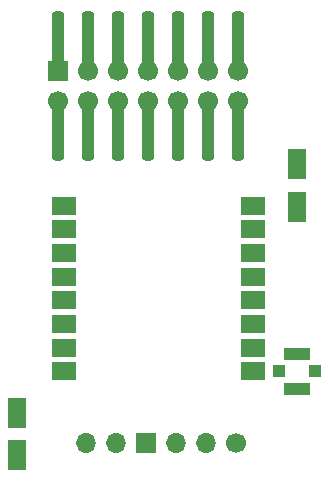
<source format=gbr>
%TF.GenerationSoftware,KiCad,Pcbnew,9.0.0*%
%TF.CreationDate,2025-05-16T16:34:18-03:00*%
%TF.ProjectId,V1A,5631412e-6b69-4636-9164-5f7063625858,rev?*%
%TF.SameCoordinates,Original*%
%TF.FileFunction,Soldermask,Top*%
%TF.FilePolarity,Negative*%
%FSLAX46Y46*%
G04 Gerber Fmt 4.6, Leading zero omitted, Abs format (unit mm)*
G04 Created by KiCad (PCBNEW 9.0.0) date 2025-05-16 16:34:18*
%MOMM*%
%LPD*%
G01*
G04 APERTURE LIST*
G04 Aperture macros list*
%AMRoundRect*
0 Rectangle with rounded corners*
0 $1 Rounding radius*
0 $2 $3 $4 $5 $6 $7 $8 $9 X,Y pos of 4 corners*
0 Add a 4 corners polygon primitive as box body*
4,1,4,$2,$3,$4,$5,$6,$7,$8,$9,$2,$3,0*
0 Add four circle primitives for the rounded corners*
1,1,$1+$1,$2,$3*
1,1,$1+$1,$4,$5*
1,1,$1+$1,$6,$7*
1,1,$1+$1,$8,$9*
0 Add four rect primitives between the rounded corners*
20,1,$1+$1,$2,$3,$4,$5,0*
20,1,$1+$1,$4,$5,$6,$7,0*
20,1,$1+$1,$6,$7,$8,$9,0*
20,1,$1+$1,$8,$9,$2,$3,0*%
G04 Aperture macros list end*
%ADD10R,1.700000X1.700000*%
%ADD11C,1.700000*%
%ADD12R,2.000000X1.500000*%
%ADD13O,1.700000X1.700000*%
%ADD14RoundRect,0.250000X0.550000X-1.050000X0.550000X1.050000X-0.550000X1.050000X-0.550000X-1.050000X0*%
%ADD15RoundRect,0.255000X-0.255000X2.245000X-0.255000X-2.245000X0.255000X-2.245000X0.255000X2.245000X0*%
%ADD16R,1.000000X1.000000*%
%ADD17R,2.200000X1.050000*%
G04 APERTURE END LIST*
D10*
%TO.C,IDC14*%
X146775859Y-87351463D03*
D11*
X146775859Y-89891463D03*
X149315859Y-87351463D03*
X149315859Y-89891463D03*
X151855859Y-87351463D03*
X154395859Y-87351463D03*
X154395859Y-89891463D03*
X156935859Y-87351463D03*
X156935859Y-89891463D03*
X159475859Y-87351463D03*
X159475859Y-89891463D03*
X162015859Y-87351463D03*
X162015859Y-89891463D03*
X151855859Y-89891463D03*
%TD*%
D12*
%TO.C,RFM95W*%
X163245800Y-112755200D03*
X163245800Y-110755200D03*
X163245800Y-108755200D03*
X163245800Y-106755200D03*
X163245800Y-104755200D03*
X163245800Y-102755200D03*
X163245800Y-100755200D03*
X163245800Y-98755200D03*
X147245800Y-98755200D03*
X147245800Y-100755200D03*
X147245800Y-102755200D03*
X147245800Y-104755200D03*
X147245800Y-106755200D03*
X147245800Y-108755200D03*
X147245800Y-110755200D03*
X147245800Y-112755200D03*
%TD*%
D11*
%TO.C,J2*%
X161848800Y-118846600D03*
D13*
X159308800Y-118846600D03*
X156768800Y-118846600D03*
D10*
X154228800Y-118846600D03*
D13*
X151688800Y-118846600D03*
X149148800Y-118846600D03*
%TD*%
D14*
%TO.C,REF\u002A\u002A*%
X167030400Y-98828000D03*
X167030400Y-95228000D03*
%TD*%
D15*
%TO.C,IDC 14*%
X161975859Y-84791463D03*
X161975859Y-92391463D03*
X159435859Y-84791463D03*
X159435859Y-92391463D03*
X156895859Y-84791463D03*
X156895859Y-92391463D03*
X154355859Y-84791463D03*
X154355859Y-92391463D03*
X151815859Y-84791463D03*
X151815859Y-92391463D03*
X149275859Y-84791463D03*
X149275859Y-92391463D03*
X146735859Y-84791463D03*
X146735859Y-92391463D03*
%TD*%
D14*
%TO.C,REF\u002A\u002A*%
X143306800Y-119862600D03*
X143306800Y-116262600D03*
%TD*%
D16*
%TO.C,REF\u002A\u002A*%
X165495859Y-112766463D03*
D17*
X166995859Y-111291463D03*
D16*
X168495859Y-112766463D03*
D17*
X166995859Y-114241463D03*
%TD*%
M02*

</source>
